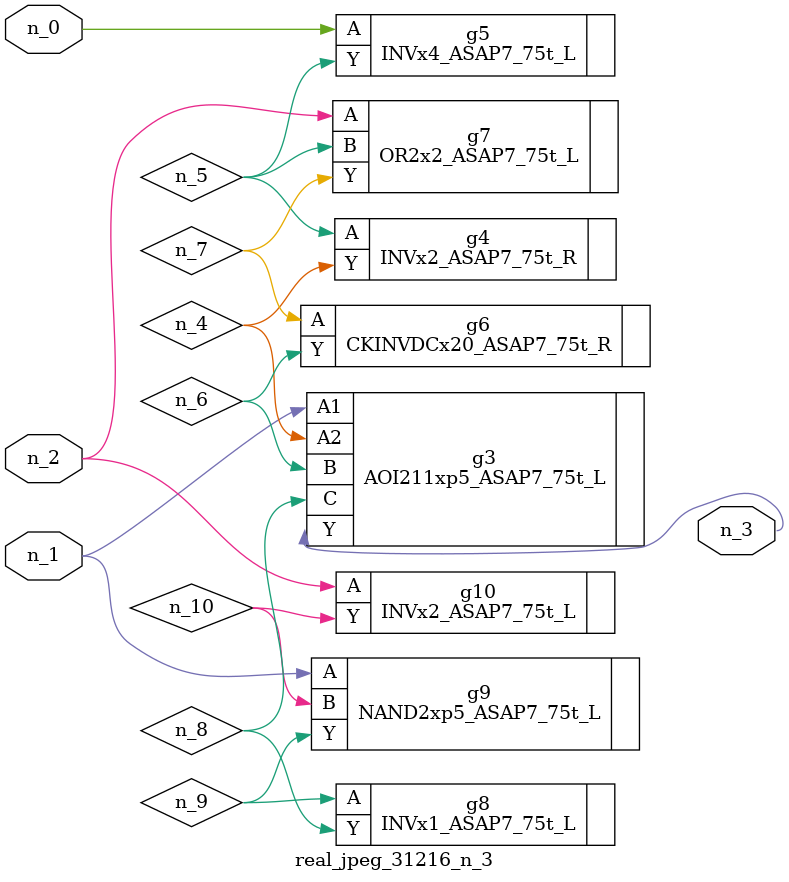
<source format=v>
module real_jpeg_31216_n_3 (n_1, n_0, n_2, n_3);

input n_1;
input n_0;
input n_2;

output n_3;

wire n_5;
wire n_8;
wire n_4;
wire n_6;
wire n_7;
wire n_10;
wire n_9;

INVx4_ASAP7_75t_L g5 ( 
.A(n_0),
.Y(n_5)
);

AOI211xp5_ASAP7_75t_L g3 ( 
.A1(n_1),
.A2(n_4),
.B(n_6),
.C(n_8),
.Y(n_3)
);

NAND2xp5_ASAP7_75t_L g9 ( 
.A(n_1),
.B(n_10),
.Y(n_9)
);

OR2x2_ASAP7_75t_L g7 ( 
.A(n_2),
.B(n_5),
.Y(n_7)
);

INVx2_ASAP7_75t_L g10 ( 
.A(n_2),
.Y(n_10)
);

INVx2_ASAP7_75t_R g4 ( 
.A(n_5),
.Y(n_4)
);

CKINVDCx20_ASAP7_75t_R g6 ( 
.A(n_7),
.Y(n_6)
);

INVx1_ASAP7_75t_L g8 ( 
.A(n_9),
.Y(n_8)
);


endmodule
</source>
